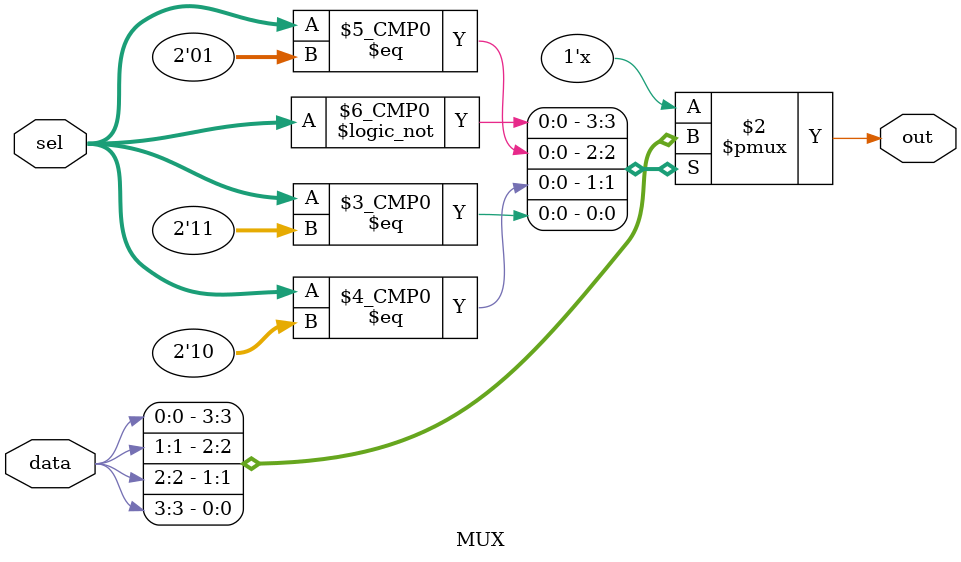
<source format=v>
`timescale 1ns / 1ps


module MUX(
    input [3:0] data,
    input [1:0] sel,
    output reg out
    );
    always@(*)
    begin
    case (sel) 
             2'b00: out = data [0]; // Select input 0     
             2'b01: out = data [1]; // Select input 1 
             2'b10: out = data [2]; // Select input 2 
             2'b11: out = data [3]; // Select input 3 
           default: out = 1'b0; // avoid latch
            
 endcase 
end
endmodule

</source>
